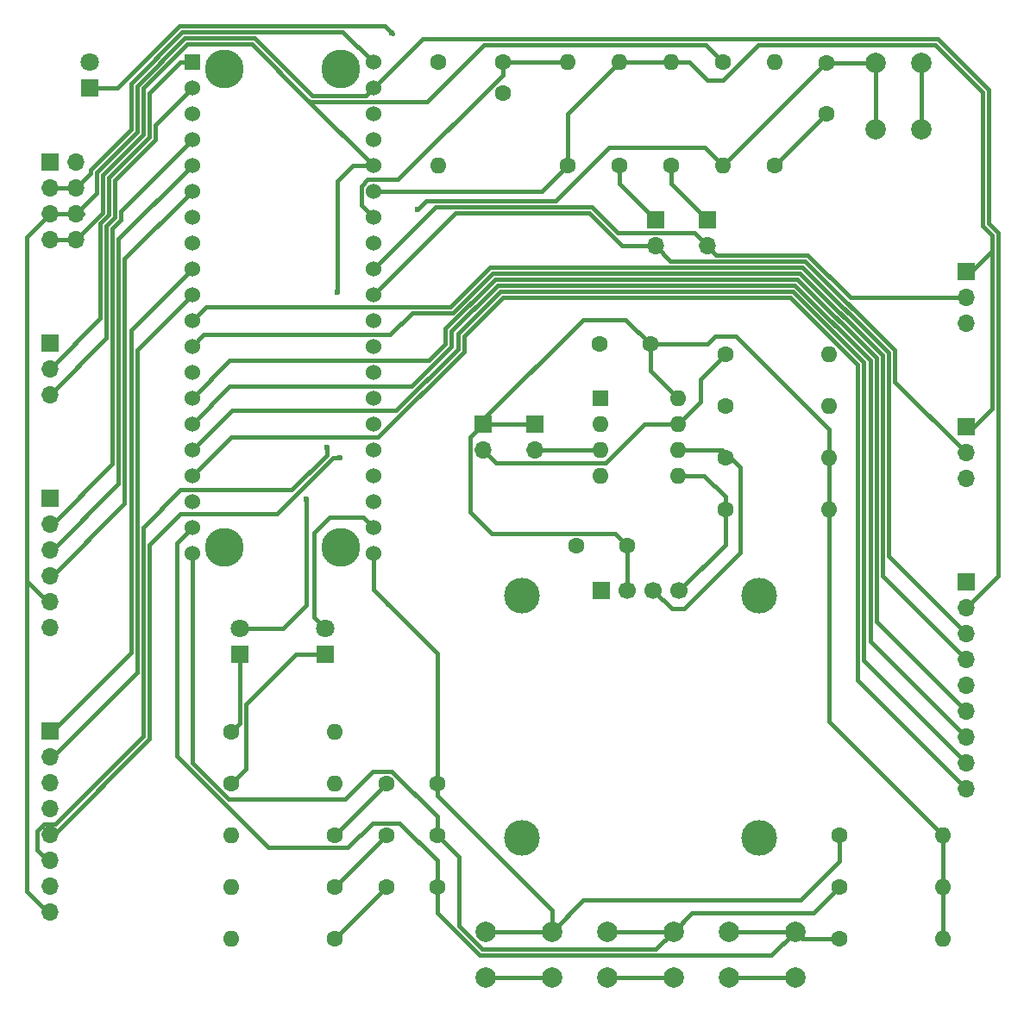
<source format=gbr>
%TF.GenerationSoftware,KiCad,Pcbnew,5.1.9-73d0e3b20d~88~ubuntu20.04.1*%
%TF.CreationDate,2021-02-13T16:05:57-05:00*%
%TF.ProjectId,kiwikit-rpi-pico,6b697769-6b69-4742-9d72-70692d706963,rev?*%
%TF.SameCoordinates,PX2faf080PY8f0d180*%
%TF.FileFunction,Copper,L1,Top*%
%TF.FilePolarity,Positive*%
%FSLAX46Y46*%
G04 Gerber Fmt 4.6, Leading zero omitted, Abs format (unit mm)*
G04 Created by KiCad (PCBNEW 5.1.9-73d0e3b20d~88~ubuntu20.04.1) date 2021-02-13 16:05:57*
%MOMM*%
%LPD*%
G01*
G04 APERTURE LIST*
%TA.AperFunction,ComponentPad*%
%ADD10O,1.700000X1.700000*%
%TD*%
%TA.AperFunction,ComponentPad*%
%ADD11R,1.700000X1.700000*%
%TD*%
%TA.AperFunction,ComponentPad*%
%ADD12C,2.000000*%
%TD*%
%TA.AperFunction,ComponentPad*%
%ADD13O,1.600000X1.600000*%
%TD*%
%TA.AperFunction,ComponentPad*%
%ADD14C,1.600000*%
%TD*%
%TA.AperFunction,ComponentPad*%
%ADD15C,1.800000*%
%TD*%
%TA.AperFunction,ComponentPad*%
%ADD16R,1.800000X1.800000*%
%TD*%
%TA.AperFunction,ComponentPad*%
%ADD17C,3.800000*%
%TD*%
%TA.AperFunction,ComponentPad*%
%ADD18C,1.524000*%
%TD*%
%TA.AperFunction,ComponentPad*%
%ADD19R,1.524000X1.524000*%
%TD*%
%TA.AperFunction,ComponentPad*%
%ADD20R,1.600000X1.600000*%
%TD*%
%TA.AperFunction,ComponentPad*%
%ADD21C,1.700000*%
%TD*%
%TA.AperFunction,ComponentPad*%
%ADD22C,3.500000*%
%TD*%
%TA.AperFunction,ViaPad*%
%ADD23C,0.600000*%
%TD*%
%TA.AperFunction,Conductor*%
%ADD24C,0.400000*%
%TD*%
G04 APERTURE END LIST*
D10*
%TO.P,J5,9*%
%TO.N,/GP13_SPI1_CS*%
X94996000Y23368000D03*
%TO.P,J5,8*%
%TO.N,/GP12_SPI1_MISO*%
X94996000Y25908000D03*
%TO.P,J5,7*%
%TO.N,/GP11_SPI1_MOSI*%
X94996000Y28448000D03*
%TO.P,J5,6*%
%TO.N,/GP10_SPI1_SCK*%
X94996000Y30988000D03*
%TO.P,J5,5*%
%TO.N,GND*%
X94996000Y33528000D03*
%TO.P,J5,4*%
%TO.N,/GP9_UART1_RX*%
X94996000Y36068000D03*
%TO.P,J5,3*%
%TO.N,/GP8_UART1_TX*%
X94996000Y38608000D03*
%TO.P,J5,2*%
%TO.N,+5V*%
X94996000Y41148000D03*
D11*
%TO.P,J5,1*%
%TO.N,GND*%
X94996000Y43688000D03*
%TD*%
D10*
%TO.P,J2,3*%
%TO.N,/GP1_UART0_RX*%
X5080000Y62103000D03*
%TO.P,J2,2*%
%TO.N,/GP0_UART0_TX*%
X5080000Y64643000D03*
D11*
%TO.P,J2,1*%
%TO.N,GND*%
X5080000Y67183000D03*
%TD*%
D10*
%TO.P,J1,8*%
%TO.N,+3V3*%
X7620000Y77343000D03*
%TO.P,J1,7*%
X5080000Y77343000D03*
%TO.P,J1,6*%
%TO.N,+5V*%
X7620000Y79883000D03*
%TO.P,J1,5*%
X5080000Y79883000D03*
%TO.P,J1,4*%
%TO.N,VBUS*%
X7620000Y82423000D03*
%TO.P,J1,3*%
X5080000Y82423000D03*
%TO.P,J1,2*%
%TO.N,GND*%
X7620000Y84963000D03*
D11*
%TO.P,J1,1*%
X5080000Y84963000D03*
%TD*%
D12*
%TO.P,SW1,1*%
%TO.N,GND*%
X59794000Y4826000D03*
%TO.P,SW1,2*%
%TO.N,/SW1*%
X59794000Y9326000D03*
%TO.P,SW1,1*%
%TO.N,GND*%
X66294000Y4826000D03*
%TO.P,SW1,2*%
%TO.N,/SW1*%
X66294000Y9326000D03*
%TD*%
D13*
%TO.P,R5,2*%
%TO.N,/~RST*%
X71120000Y84582000D03*
D14*
%TO.P,R5,1*%
%TO.N,+3V3*%
X71120000Y94742000D03*
%TD*%
D13*
%TO.P,R18,2*%
%TO.N,GND*%
X22860000Y18796000D03*
D14*
%TO.P,R18,1*%
%TO.N,Net-(C2-Pad1)*%
X33020000Y18796000D03*
%TD*%
D13*
%TO.P,R17,2*%
%TO.N,GND*%
X22860000Y13716000D03*
D14*
%TO.P,R17,1*%
%TO.N,Net-(C1-Pad1)*%
X33020000Y13716000D03*
%TD*%
D13*
%TO.P,R16,2*%
%TO.N,GND*%
X22860000Y8636000D03*
D14*
%TO.P,R16,1*%
%TO.N,Net-(C0-Pad1)*%
X33020000Y8636000D03*
%TD*%
D13*
%TO.P,R15,2*%
%TO.N,GND*%
X76200000Y94742000D03*
D14*
%TO.P,R15,1*%
%TO.N,Net-(C5-Pad1)*%
X76200000Y84582000D03*
%TD*%
D13*
%TO.P,R14,2*%
%TO.N,+3V3*%
X81534000Y50800000D03*
D14*
%TO.P,R14,1*%
%TO.N,/I2C1_SDA*%
X71374000Y50800000D03*
%TD*%
D13*
%TO.P,R13,2*%
%TO.N,+3V3*%
X81534000Y55880000D03*
D14*
%TO.P,R13,1*%
%TO.N,/I2C1_SCL*%
X71374000Y55880000D03*
%TD*%
D13*
%TO.P,R12,2*%
%TO.N,GND*%
X81534000Y60960000D03*
D14*
%TO.P,R12,1*%
%TO.N,Net-(JP4-Pad2)*%
X71374000Y60960000D03*
%TD*%
D13*
%TO.P,R11,2*%
%TO.N,GND*%
X81534000Y66040000D03*
D14*
%TO.P,R11,1*%
%TO.N,Net-(JP3-Pad2)*%
X71374000Y66040000D03*
%TD*%
D13*
%TO.P,R9,2*%
%TO.N,/ADC2*%
X55880000Y94742000D03*
D14*
%TO.P,R9,1*%
%TO.N,VDDA*%
X55880000Y84582000D03*
%TD*%
D13*
%TO.P,R8,2*%
%TO.N,GND*%
X43180000Y84582000D03*
D14*
%TO.P,R8,1*%
%TO.N,Net-(D2-Pad1)*%
X43180000Y94742000D03*
%TD*%
D13*
%TO.P,R7,2*%
%TO.N,GND*%
X33020000Y28956000D03*
D14*
%TO.P,R7,1*%
%TO.N,Net-(D1-Pad1)*%
X22860000Y28956000D03*
%TD*%
D13*
%TO.P,R6,2*%
%TO.N,GND*%
X33020000Y23876000D03*
D14*
%TO.P,R6,1*%
%TO.N,Net-(D0-Pad1)*%
X22860000Y23876000D03*
%TD*%
D13*
%TO.P,R4,2*%
%TO.N,VDDA*%
X66040000Y94742000D03*
D14*
%TO.P,R4,1*%
%TO.N,Net-(JP2-Pad1)*%
X66040000Y84582000D03*
%TD*%
D13*
%TO.P,R3,2*%
%TO.N,VDDA*%
X60960000Y94742000D03*
D14*
%TO.P,R3,1*%
%TO.N,Net-(JP1-Pad1)*%
X60960000Y84582000D03*
%TD*%
D13*
%TO.P,R2,2*%
%TO.N,+3V3*%
X92710000Y18796000D03*
D14*
%TO.P,R2,1*%
%TO.N,/SW2*%
X82550000Y18796000D03*
%TD*%
D13*
%TO.P,R1,2*%
%TO.N,+3V3*%
X92710000Y13716000D03*
D14*
%TO.P,R1,1*%
%TO.N,/SW1*%
X82550000Y13716000D03*
%TD*%
D13*
%TO.P,R0,2*%
%TO.N,+3V3*%
X92710000Y8636000D03*
D14*
%TO.P,R0,1*%
%TO.N,/SW0*%
X82550000Y8636000D03*
%TD*%
D15*
%TO.P,D2,2*%
%TO.N,+3V3*%
X9017000Y94742000D03*
D16*
%TO.P,D2,1*%
%TO.N,Net-(D2-Pad1)*%
X9017000Y92202000D03*
%TD*%
D15*
%TO.P,D1,2*%
%TO.N,/LED1*%
X23749000Y39116000D03*
D16*
%TO.P,D1,1*%
%TO.N,Net-(D1-Pad1)*%
X23749000Y36576000D03*
%TD*%
D15*
%TO.P,D0,2*%
%TO.N,/LED0*%
X32131000Y39116000D03*
D16*
%TO.P,D0,1*%
%TO.N,Net-(D0-Pad1)*%
X32131000Y36576000D03*
%TD*%
D14*
%TO.P,C8,2*%
%TO.N,GND*%
X59008000Y67056000D03*
%TO.P,C8,1*%
%TO.N,+3V3*%
X64008000Y67056000D03*
%TD*%
%TO.P,C6,2*%
%TO.N,GND*%
X56785500Y47244000D03*
%TO.P,C6,1*%
%TO.N,+3V3*%
X61785500Y47244000D03*
%TD*%
%TO.P,C5,2*%
%TO.N,/~RST*%
X81280000Y94662000D03*
%TO.P,C5,1*%
%TO.N,Net-(C5-Pad1)*%
X81280000Y89662000D03*
%TD*%
%TO.P,C2,2*%
%TO.N,/SW2*%
X43100000Y23876000D03*
%TO.P,C2,1*%
%TO.N,Net-(C2-Pad1)*%
X38100000Y23876000D03*
%TD*%
%TO.P,C1,2*%
%TO.N,/SW1*%
X43100000Y18796000D03*
%TO.P,C1,1*%
%TO.N,Net-(C1-Pad1)*%
X38100000Y18796000D03*
%TD*%
%TO.P,C0,2*%
%TO.N,/SW0*%
X43100000Y13716000D03*
%TO.P,C0,1*%
%TO.N,Net-(C0-Pad1)*%
X38100000Y13716000D03*
%TD*%
D17*
%TO.P,U1,*%
%TO.N,*%
X33640000Y47112000D03*
X22240000Y47112000D03*
X33640000Y94112000D03*
X22240000Y94112000D03*
D18*
%TO.P,U1,40*%
%TO.N,VBUS*%
X36830000Y94742000D03*
%TO.P,U1,39*%
%TO.N,+5V*%
X36830000Y92202000D03*
%TO.P,U1,38*%
%TO.N,GND*%
X36830000Y89662000D03*
%TO.P,U1,37*%
%TO.N,Net-(U1-Pad37)*%
X36830000Y87122000D03*
%TO.P,U1,36*%
%TO.N,+3V3*%
X36830000Y84582000D03*
%TO.P,U1,35*%
%TO.N,VDDA*%
X36830000Y82042000D03*
%TO.P,U1,34*%
%TO.N,/ADC2*%
X36830000Y79502000D03*
%TO.P,U1,33*%
%TO.N,GNDA*%
X36830000Y76962000D03*
%TO.P,U1,32*%
%TO.N,/GP27_ADC1*%
X36830000Y74422000D03*
%TO.P,U1,31*%
%TO.N,/GP26_ADC0*%
X36830000Y71882000D03*
%TO.P,U1,30*%
%TO.N,/~RST*%
X36830000Y69342000D03*
%TO.P,U1,29*%
%TO.N,/LED1*%
X36830000Y66802000D03*
%TO.P,U1,28*%
%TO.N,GND*%
X36830000Y64262000D03*
%TO.P,U1,27*%
%TO.N,/GP21_I2C0_SCL*%
X36830000Y61722000D03*
%TO.P,U1,26*%
%TO.N,/GP20_I2C0_SDA*%
X36830000Y59182000D03*
%TO.P,U1,25*%
%TO.N,/I2C1_SCL*%
X36830000Y56642000D03*
%TO.P,U1,24*%
%TO.N,/I2C1_SDA*%
X36830000Y54102000D03*
%TO.P,U1,23*%
%TO.N,GND*%
X36830000Y51562000D03*
%TO.P,U1,22*%
%TO.N,/LED0*%
X36830000Y49022000D03*
%TO.P,U1,21*%
%TO.N,/SW2*%
X36830000Y46482000D03*
%TO.P,U1,20*%
%TO.N,/SW1*%
X19050000Y46482000D03*
%TO.P,U1,19*%
%TO.N,/SW0*%
X19050000Y49022000D03*
%TO.P,U1,18*%
%TO.N,GND*%
X19050000Y51562000D03*
%TO.P,U1,17*%
%TO.N,/GP13_SPI1_CS*%
X19050000Y54102000D03*
%TO.P,U1,16*%
%TO.N,/GP12_SPI1_MISO*%
X19050000Y56642000D03*
%TO.P,U1,15*%
%TO.N,/GP11_SPI1_MOSI*%
X19050000Y59182000D03*
%TO.P,U1,14*%
%TO.N,/GP10_SPI1_SCK*%
X19050000Y61722000D03*
%TO.P,U1,13*%
%TO.N,GND*%
X19050000Y64262000D03*
%TO.P,U1,12*%
%TO.N,/GP9_UART1_RX*%
X19050000Y66802000D03*
%TO.P,U1,11*%
%TO.N,/GP8_UART1_TX*%
X19050000Y69342000D03*
%TO.P,U1,10*%
%TO.N,/GP7_AD0*%
X19050000Y71882000D03*
%TO.P,U1,9*%
%TO.N,/GP6_INT*%
X19050000Y74422000D03*
%TO.P,U1,8*%
%TO.N,GND*%
X19050000Y76962000D03*
%TO.P,U1,7*%
%TO.N,/GP5_SPI0_CS*%
X19050000Y79502000D03*
%TO.P,U1,6*%
%TO.N,/GP4_SPI0_MISO*%
X19050000Y82042000D03*
%TO.P,U1,5*%
%TO.N,/GP3_SPI0_MOSI*%
X19050000Y84582000D03*
%TO.P,U1,4*%
%TO.N,/GP2_SPI0_SCK*%
X19050000Y87122000D03*
%TO.P,U1,3*%
%TO.N,GND*%
X19050000Y89662000D03*
%TO.P,U1,2*%
%TO.N,/GP1_UART0_RX*%
X19050000Y92202000D03*
D19*
%TO.P,U1,1*%
%TO.N,/GP0_UART0_TX*%
X19050000Y94742000D03*
%TD*%
D12*
%TO.P,SW2,1*%
%TO.N,Net-(SW2-Pad1)*%
X47856000Y4826000D03*
%TO.P,SW2,2*%
%TO.N,/SW2*%
X47856000Y9326000D03*
%TO.P,SW2,1*%
%TO.N,Net-(SW2-Pad1)*%
X54356000Y4826000D03*
%TO.P,SW2,2*%
%TO.N,/SW2*%
X54356000Y9326000D03*
%TD*%
%TO.P,SW0,1*%
%TO.N,GND*%
X71732000Y4826000D03*
%TO.P,SW0,2*%
%TO.N,/SW0*%
X71732000Y9326000D03*
%TO.P,SW0,1*%
%TO.N,GND*%
X78232000Y4826000D03*
%TO.P,SW0,2*%
%TO.N,/SW0*%
X78232000Y9326000D03*
%TD*%
D10*
%TO.P,JP2,2*%
%TO.N,/GP27_ADC1*%
X69596000Y76708000D03*
D11*
%TO.P,JP2,1*%
%TO.N,Net-(JP2-Pad1)*%
X69596000Y79248000D03*
%TD*%
D10*
%TO.P,JP1,2*%
%TO.N,/GP26_ADC0*%
X64516000Y76708000D03*
D11*
%TO.P,JP1,1*%
%TO.N,Net-(JP1-Pad1)*%
X64516000Y79248000D03*
%TD*%
D10*
%TO.P,J6,3*%
%TO.N,GNDA*%
X94996000Y53848000D03*
%TO.P,J6,2*%
%TO.N,/GP26_ADC0*%
X94996000Y56388000D03*
D11*
%TO.P,J6,1*%
%TO.N,VDDA*%
X94996000Y58928000D03*
%TD*%
D10*
%TO.P,J7,3*%
%TO.N,GNDA*%
X94996000Y69088000D03*
%TO.P,J7,2*%
%TO.N,/GP27_ADC1*%
X94996000Y71628000D03*
D11*
%TO.P,J7,1*%
%TO.N,VDDA*%
X94996000Y74168000D03*
%TD*%
D10*
%TO.P,J4,8*%
%TO.N,+5V*%
X5080000Y11303000D03*
%TO.P,J4,7*%
%TO.N,GND*%
X5080000Y13843000D03*
%TO.P,J4,6*%
%TO.N,/GP21_I2C0_SCL*%
X5080000Y16383000D03*
%TO.P,J4,5*%
%TO.N,/GP20_I2C0_SDA*%
X5080000Y18923000D03*
%TO.P,J4,4*%
%TO.N,/XDA*%
X5080000Y21463000D03*
%TO.P,J4,3*%
%TO.N,/XCL*%
X5080000Y24003000D03*
%TO.P,J4,2*%
%TO.N,/GP7_AD0*%
X5080000Y26543000D03*
D11*
%TO.P,J4,1*%
%TO.N,/GP6_INT*%
X5080000Y29083000D03*
%TD*%
D14*
%TO.P,R10,2*%
%TO.N,GNDA*%
X49530000Y91742000D03*
%TO.P,R10,1*%
%TO.N,/ADC2*%
X49530000Y94742000D03*
%TD*%
D10*
%TO.P,J3,6*%
%TO.N,GND*%
X5080000Y39243000D03*
%TO.P,J3,5*%
%TO.N,+5V*%
X5080000Y41783000D03*
%TO.P,J3,4*%
%TO.N,/GP4_SPI0_MISO*%
X5080000Y44323000D03*
%TO.P,J3,3*%
%TO.N,/GP3_SPI0_MOSI*%
X5080000Y46863000D03*
%TO.P,J3,2*%
%TO.N,/GP2_SPI0_SCK*%
X5080000Y49403000D03*
D11*
%TO.P,J3,1*%
%TO.N,/GP5_SPI0_CS*%
X5080000Y51943000D03*
%TD*%
D12*
%TO.P,SW5,1*%
%TO.N,GND*%
X90606000Y88178500D03*
%TO.P,SW5,2*%
%TO.N,/~RST*%
X86106000Y88178500D03*
%TO.P,SW5,1*%
%TO.N,GND*%
X90606000Y94678500D03*
%TO.P,SW5,2*%
%TO.N,/~RST*%
X86106000Y94678500D03*
%TD*%
D13*
%TO.P,U3,8*%
%TO.N,+3V3*%
X66764000Y61722000D03*
%TO.P,U3,4*%
%TO.N,GND*%
X59144000Y54102000D03*
%TO.P,U3,7*%
%TO.N,Net-(JP3-Pad2)*%
X66764000Y59182000D03*
%TO.P,U3,3*%
%TO.N,Net-(JP4-Pad2)*%
X59144000Y56642000D03*
%TO.P,U3,6*%
%TO.N,/I2C1_SCL*%
X66764000Y56642000D03*
%TO.P,U3,2*%
%TO.N,N/C*%
X59144000Y59182000D03*
%TO.P,U3,5*%
%TO.N,/I2C1_SDA*%
X66764000Y54102000D03*
D20*
%TO.P,U3,1*%
%TO.N,N/C*%
X59144000Y61722000D03*
%TD*%
D10*
%TO.P,JP3,2*%
%TO.N,Net-(JP3-Pad2)*%
X47625000Y56642000D03*
D11*
%TO.P,JP3,1*%
%TO.N,+3V3*%
X47625000Y59182000D03*
%TD*%
D10*
%TO.P,JP4,2*%
%TO.N,Net-(JP4-Pad2)*%
X52705000Y56642000D03*
D11*
%TO.P,JP4,1*%
%TO.N,+3V3*%
X52705000Y59182000D03*
%TD*%
D21*
%TO.P,U2,4*%
%TO.N,/I2C1_SDA*%
X66865500Y42880000D03*
%TO.P,U2,3*%
%TO.N,/I2C1_SCL*%
X64325500Y42880000D03*
%TO.P,U2,2*%
%TO.N,+3V3*%
X61785500Y42880000D03*
D11*
%TO.P,U2,1*%
%TO.N,GND*%
X59245500Y42880000D03*
D22*
%TO.P,U2,*%
%TO.N,*%
X74705500Y18580000D03*
X51405500Y18580000D03*
X74705500Y42380000D03*
X51405500Y42380000D03*
%TD*%
D23*
%TO.N,+3V3*%
X33274000Y72136000D03*
%TO.N,Net-(D2-Pad1)*%
X38671500Y97599500D03*
%TO.N,/~RST*%
X41148000Y80264000D03*
%TO.N,/LED1*%
X30226000Y51816000D03*
%TO.N,/GP20_I2C0_SDA*%
X33522533Y55885467D03*
%TO.N,/GP21_I2C0_SCL*%
X32258000Y56896000D03*
%TD*%
D24*
%TO.N,GND*%
X59794000Y4826000D02*
X66294000Y4826000D01*
X71732000Y4826000D02*
X78232000Y4826000D01*
X90606000Y94678500D02*
X90606000Y88178500D01*
%TO.N,+3V3*%
X7610000Y77343000D02*
X5070000Y77343000D01*
X60585499Y48444001D02*
X61785500Y47244000D01*
X61785500Y47244000D02*
X61785500Y42880000D01*
X47625000Y59182000D02*
X52705000Y59182000D01*
X47625000Y59182000D02*
X46374999Y57931999D01*
X46374999Y57931999D02*
X46374999Y50526001D01*
X64008000Y64478000D02*
X66764000Y61722000D01*
X64008000Y67056000D02*
X64008000Y64478000D01*
X64008000Y67056000D02*
X61595000Y69469000D01*
X61595000Y69469000D02*
X57404000Y69469000D01*
X47625000Y59690000D02*
X47625000Y59182000D01*
X57404000Y69469000D02*
X47625000Y59690000D01*
X64008000Y67056000D02*
X69596000Y67056000D01*
X69596000Y67056000D02*
X70358000Y67818000D01*
X70358000Y67818000D02*
X72390000Y67818000D01*
X81534000Y50800000D02*
X81534000Y55880000D01*
X81534000Y58674000D02*
X74676000Y65532000D01*
X81534000Y55880000D02*
X81534000Y58674000D01*
X74676000Y65532000D02*
X75184000Y65024000D01*
X72390000Y67818000D02*
X74676000Y65532000D01*
X48456999Y48444001D02*
X46374999Y50526001D01*
X60585499Y48444001D02*
X48456999Y48444001D01*
X10252010Y83658010D02*
X10252010Y79985010D01*
X10252010Y79985010D02*
X7610000Y77343000D01*
X14244999Y87650999D02*
X10252010Y83658010D01*
X18583998Y96520000D02*
X14244999Y92181001D01*
X14244999Y92181001D02*
X14244999Y87650999D01*
X24892000Y96520000D02*
X18583998Y96520000D01*
X69434010Y96427990D02*
X68672010Y96427990D01*
X71120000Y94742000D02*
X69434010Y96427990D01*
X30572009Y90839991D02*
X42071991Y90839991D01*
X30353000Y91059000D02*
X30572009Y90839991D01*
X36830000Y84582000D02*
X30353000Y91059000D01*
X30353000Y91059000D02*
X24892000Y96520000D01*
X47659990Y96427990D02*
X52231990Y96427990D01*
X42071991Y90839991D02*
X47659990Y96427990D01*
X52231990Y96427990D02*
X68672010Y96427990D01*
X51215990Y96427990D02*
X52231990Y96427990D01*
X34798000Y84582000D02*
X36830000Y84582000D01*
X33274000Y83058000D02*
X34798000Y84582000D01*
X33274000Y72136000D02*
X33274000Y83058000D01*
X81534000Y29972000D02*
X92710000Y18796000D01*
X81534000Y50800000D02*
X81534000Y29972000D01*
X92710000Y18796000D02*
X92710000Y13716000D01*
X92710000Y13716000D02*
X92710000Y8636000D01*
%TO.N,+5V*%
X7610000Y79883000D02*
X5070000Y79883000D01*
X5070000Y79883000D02*
X2794000Y77607000D01*
X2794000Y77607000D02*
X2794000Y44831000D01*
X2794000Y44831000D02*
X2794000Y44323000D01*
X36068001Y91440001D02*
X30820541Y91440001D01*
X36830000Y92202000D02*
X36068001Y91440001D01*
X30820541Y91440001D02*
X25140532Y97120010D01*
X8337456Y79883000D02*
X7610000Y79883000D01*
X25140532Y97120010D02*
X18335465Y97120009D01*
X2794000Y43815000D02*
X2794000Y44323000D01*
X5080000Y41529000D02*
X2794000Y43815000D01*
X2794000Y13335000D02*
X2794000Y15113000D01*
X5080000Y11049000D02*
X2794000Y13335000D01*
X2794000Y15113000D02*
X2794000Y13843000D01*
X2794000Y44831000D02*
X2794000Y15113000D01*
X41656000Y97028000D02*
X36830000Y92202000D01*
X97198271Y92031729D02*
X92202000Y97028000D01*
X92202000Y97028000D02*
X41656000Y97028000D01*
X98136009Y77972533D02*
X97198271Y78910271D01*
X97198271Y78910271D02*
X97198271Y92031729D01*
X98136009Y44288009D02*
X98136009Y49622009D01*
X94996000Y41148000D02*
X98136009Y44288009D01*
X98136009Y49622009D02*
X98136009Y77972533D01*
X98136010Y48860010D02*
X98136009Y49622009D01*
X18335465Y97120009D02*
X13644989Y92429533D01*
X13644989Y92429533D02*
X13644989Y87899531D01*
X13644989Y87899531D02*
X9652000Y83906542D01*
X9652000Y81925000D02*
X7610000Y79883000D01*
X9652000Y83906542D02*
X9652000Y81925000D01*
%TO.N,VDDA*%
X96598261Y78661739D02*
X97536000Y77724000D01*
X91953468Y96427990D02*
X96598261Y91783197D01*
X96598261Y91783197D02*
X96598261Y78661739D01*
X95504000Y74168000D02*
X97536000Y76200000D01*
X94996000Y74168000D02*
X95504000Y74168000D01*
X97536000Y77724000D02*
X97536000Y76200000D01*
X94996000Y58928000D02*
X95758000Y58928000D01*
X97536000Y60706000D02*
X97536000Y66548000D01*
X95758000Y58928000D02*
X97536000Y60706000D01*
X97536000Y66548000D02*
X97536000Y66040000D01*
X97536000Y76200000D02*
X97536000Y66548000D01*
X78520990Y96427990D02*
X91953468Y96427990D01*
X78139990Y96427990D02*
X78520990Y96427990D01*
X53340000Y82042000D02*
X55880000Y84582000D01*
X36830000Y82042000D02*
X53340000Y82042000D01*
X55880000Y89662000D02*
X60960000Y94742000D01*
X55880000Y84582000D02*
X55880000Y89662000D01*
X60960000Y94742000D02*
X66040000Y94742000D01*
X66040000Y94742000D02*
X67818000Y94742000D01*
X67818000Y94742000D02*
X69596000Y92964000D01*
X74581992Y96427990D02*
X75530010Y96427990D01*
X71118002Y92964000D02*
X74581992Y96427990D01*
X69596000Y92964000D02*
X71118002Y92964000D01*
X75530010Y96427990D02*
X78520990Y96427990D01*
%TO.N,Net-(D1-Pad1)*%
X23749000Y29845000D02*
X22860000Y28956000D01*
X23749000Y36576000D02*
X23749000Y29845000D01*
%TO.N,Net-(D2-Pad1)*%
X9017000Y92202000D02*
X11720372Y92202000D01*
X17838400Y98320028D02*
X18490450Y98320028D01*
X11720372Y92202000D02*
X17838400Y98320028D01*
X18490450Y98320028D02*
X37950972Y98320028D01*
X37950972Y98320028D02*
X38671500Y97599500D01*
X38671500Y97599500D02*
X38735000Y97536000D01*
%TO.N,VBUS*%
X7610000Y82423000D02*
X5070000Y82423000D01*
X36830000Y94742000D02*
X33851982Y97720018D01*
X9051991Y83864991D02*
X9051991Y84155075D01*
X7610000Y82423000D02*
X9051991Y83864991D01*
X18086932Y97720018D02*
X18738982Y97720018D01*
X13044980Y92678066D02*
X18086932Y97720018D01*
X13044979Y88148063D02*
X13044980Y92678066D01*
X9051991Y84155075D02*
X13044979Y88148063D01*
X33851982Y97720018D02*
X18738982Y97720018D01*
%TO.N,Net-(JP4-Pad2)*%
X59144000Y56642000D02*
X52705000Y56642000D01*
%TO.N,/ADC2*%
X36830000Y79502000D02*
X36916542Y79502000D01*
X49530000Y94742000D02*
X55880000Y94742000D01*
X49530000Y93472000D02*
X49530000Y94742000D01*
X36272239Y83204001D02*
X39262001Y83204001D01*
X35667999Y82599761D02*
X36272239Y83204001D01*
X39262001Y83204001D02*
X49530000Y93472000D01*
X35667999Y80664001D02*
X35667999Y82599761D01*
X36830000Y79502000D02*
X35667999Y80664001D01*
%TO.N,/~RST*%
X41148000Y80264000D02*
X41148000Y80264000D01*
X84311500Y94662000D02*
X84328000Y94678500D01*
X84328000Y94678500D02*
X86106000Y94678500D01*
X86106000Y94678500D02*
X86106000Y88178500D01*
X42002010Y81118010D02*
X41592500Y80708500D01*
X41148000Y80264000D02*
X41592500Y80708500D01*
X54702010Y81118010D02*
X42002010Y81118010D01*
X69342000Y86360000D02*
X71120000Y84582000D01*
X59944000Y86360000D02*
X69342000Y86360000D01*
X54702010Y81118010D02*
X59944000Y86360000D01*
X81200000Y94662000D02*
X81280000Y94662000D01*
X71120000Y84582000D02*
X81200000Y94662000D01*
X86089500Y94662000D02*
X86106000Y94678500D01*
X81280000Y94662000D02*
X86089500Y94662000D01*
%TO.N,/LED0*%
X30988000Y40259000D02*
X32131000Y39116000D01*
X30988000Y48514000D02*
X30988000Y40259000D01*
X32512000Y50038000D02*
X30988000Y48514000D01*
X35814000Y50038000D02*
X32512000Y50038000D01*
X36830000Y49022000D02*
X35814000Y50038000D01*
%TO.N,/I2C1_SCL*%
X71064000Y56698000D02*
X71374000Y56388000D01*
X66764000Y56698000D02*
X71064000Y56698000D01*
X71374000Y56388000D02*
X72834500Y54927500D01*
X72834500Y54927500D02*
X72834500Y46545500D01*
X72834500Y46545500D02*
X67373500Y41084500D01*
X66121000Y41084500D02*
X64325500Y42880000D01*
X67373500Y41084500D02*
X66121000Y41084500D01*
%TO.N,/I2C1_SDA*%
X69286000Y54158000D02*
X71374000Y52070000D01*
X66764000Y54158000D02*
X69286000Y54158000D01*
X71374000Y47388500D02*
X66865500Y42880000D01*
X71374000Y52070000D02*
X71374000Y47388500D01*
%TO.N,/LED1*%
X30226000Y41402000D02*
X27940000Y39116000D01*
X30226000Y51816000D02*
X30226000Y41402000D01*
X27940000Y39116000D02*
X23749000Y39116000D01*
%TO.N,Net-(D0-Pad1)*%
X32131000Y36576000D02*
X29210000Y36576000D01*
X29210000Y36576000D02*
X24349010Y31715010D01*
X24349010Y25365010D02*
X22860000Y23876000D01*
X24349010Y31715010D02*
X24349010Y25365010D01*
%TO.N,/GP1_UART0_RX*%
X10633010Y67656010D02*
X5080000Y62103000D01*
X15445017Y88597017D02*
X15445017Y87153933D01*
X19050000Y92202000D02*
X15445017Y88597017D01*
X15445017Y87153933D02*
X11452030Y83160946D01*
X10633010Y78668926D02*
X10633010Y76292010D01*
X11452030Y79487946D02*
X10633010Y78668926D01*
X11452030Y83160946D02*
X11452030Y79487946D01*
X10633010Y76292010D02*
X10633010Y67656010D01*
X10633010Y76546010D02*
X10633010Y76292010D01*
%TO.N,/GP0_UART0_TX*%
X10033000Y69596000D02*
X5080000Y64643000D01*
X17888000Y94742000D02*
X14845009Y91699009D01*
X19050000Y94742000D02*
X17888000Y94742000D01*
X14845008Y87402466D02*
X10852020Y83409478D01*
X14845009Y91699009D02*
X14845008Y87402466D01*
X10852020Y79736478D02*
X10852020Y83409478D01*
X10033000Y78917458D02*
X10852020Y79736478D01*
X10033000Y69596000D02*
X10033000Y78917458D01*
%TO.N,/GP2_SPI0_SCK*%
X11233020Y55302020D02*
X5080000Y49149000D01*
X12052040Y79239414D02*
X11233020Y78420394D01*
X12052040Y80124040D02*
X12052040Y79239414D01*
X19050000Y87122000D02*
X12052040Y80124040D01*
X11233020Y78420394D02*
X11233020Y69907020D01*
X11233020Y69907020D02*
X11233020Y55302020D01*
X11233020Y72066020D02*
X11233020Y69907020D01*
%TO.N,/GP3_SPI0_MOSI*%
X11833030Y53362030D02*
X5080000Y46609000D01*
X19050000Y84582000D02*
X11833030Y77365030D01*
X11833030Y77365030D02*
X11833030Y69065970D01*
X11833030Y69065970D02*
X11833030Y53362030D01*
X11833030Y70126030D02*
X11833030Y69065970D01*
%TO.N,/GP4_SPI0_MISO*%
X12433040Y51422040D02*
X5080000Y44069000D01*
X12433040Y56527961D02*
X12433040Y51422040D01*
X12433039Y75425039D02*
X12433039Y67297039D01*
X19050000Y82042000D02*
X12433039Y75425039D01*
X12433039Y67297039D02*
X12433039Y56273961D01*
X12433039Y68186039D02*
X12433039Y67297039D01*
%TO.N,/GP13_SPI1_CS*%
X77722002Y71628000D02*
X84328000Y65022002D01*
X49530000Y71628000D02*
X77722002Y71628000D01*
X45720000Y67818000D02*
X49530000Y71628000D01*
X84328000Y65022002D02*
X84328000Y62484000D01*
X22860000Y57912000D02*
X37279762Y57912000D01*
X45720000Y66352238D02*
X45720000Y67818000D01*
X37279762Y57912000D02*
X45720000Y66352238D01*
X19050000Y54102000D02*
X22860000Y57912000D01*
X84328000Y34036000D02*
X94996000Y23368000D01*
X84328000Y62738000D02*
X84328000Y34036000D01*
%TO.N,/GP12_SPI1_MISO*%
X22967999Y60559999D02*
X39079219Y60559999D01*
X19050000Y56642000D02*
X22967999Y60559999D01*
X45119990Y66600770D02*
X45119991Y68066533D01*
X39079219Y60559999D02*
X45119990Y66600770D01*
X45119991Y68066533D02*
X49281468Y72228010D01*
X75276009Y72228009D02*
X77970534Y72228010D01*
X84928010Y65270534D02*
X84928010Y62391990D01*
X77970534Y72228010D02*
X84928010Y65270534D01*
X84928010Y62986532D02*
X84928010Y62391990D01*
X49281468Y72228010D02*
X75276009Y72228009D01*
X75276009Y72228009D02*
X75686533Y72228009D01*
X84928010Y35975990D02*
X94996000Y25908000D01*
X84928010Y62391990D02*
X84928010Y35975990D01*
%TO.N,/GP11_SPI1_MOSI*%
X22752001Y62884001D02*
X40554679Y62884001D01*
X19050000Y59182000D02*
X22752001Y62884001D01*
X44519981Y66849303D02*
X44519982Y68315066D01*
X40554679Y62884001D02*
X44519981Y66849303D01*
X44519982Y68315066D02*
X49032937Y72828019D01*
X85598000Y65449086D02*
X85598000Y62230000D01*
X78219067Y72828019D02*
X85598000Y65449086D01*
X75507981Y72828019D02*
X78219067Y72828019D01*
X85598000Y63165084D02*
X85598000Y62230000D01*
X49032937Y72828019D02*
X75507981Y72828019D01*
X75507981Y72828019D02*
X75935066Y72828018D01*
X85598000Y37846000D02*
X94996000Y28448000D01*
X85598000Y62230000D02*
X85598000Y37846000D01*
%TO.N,/GP10_SPI1_SCK*%
X86198010Y65697618D02*
X86198010Y63084010D01*
X48784406Y73428028D02*
X78467600Y73428028D01*
X43919973Y68563599D02*
X48784406Y73428028D01*
X43919972Y67097836D02*
X43919973Y68563599D01*
X42246137Y65424001D02*
X43919972Y67097836D01*
X22752001Y65424001D02*
X42246137Y65424001D01*
X78467600Y73428028D02*
X86198010Y65697618D01*
X19050000Y61722000D02*
X22752001Y65424001D01*
X86198010Y63413616D02*
X86198010Y63084010D01*
X86198010Y39785990D02*
X94996000Y30988000D01*
X86198010Y63084010D02*
X86198010Y39785990D01*
%TO.N,/GP9_UART1_RX*%
X78716133Y74028037D02*
X86798020Y65946150D01*
X86798020Y65946150D02*
X86798020Y62553980D01*
X48535875Y74028037D02*
X78716133Y74028037D01*
X44611833Y70104000D02*
X48535875Y74028037D01*
X38500001Y67964001D02*
X40640000Y70104000D01*
X20212001Y67964001D02*
X38500001Y67964001D01*
X19050000Y66802000D02*
X20212001Y67964001D01*
X40640000Y70104000D02*
X44611833Y70104000D01*
X86798020Y63662148D02*
X86798020Y62553980D01*
X86798020Y44265980D02*
X94996000Y36068000D01*
X86798020Y62553980D02*
X86798020Y44265980D01*
%TO.N,/GP8_UART1_TX*%
X20427999Y70719999D02*
X19050000Y69342000D01*
X32889988Y70704010D02*
X32873999Y70719999D01*
X44363302Y70704010D02*
X32889988Y70704010D01*
X32873999Y70719999D02*
X20427999Y70719999D01*
X48287344Y74628046D02*
X44363302Y70704010D01*
X75993954Y74628046D02*
X78964665Y74628047D01*
X87398030Y63014030D02*
X87398030Y63910680D01*
X78964665Y74628047D02*
X87398030Y66194682D01*
X87398030Y66194682D02*
X87398030Y63014030D01*
X71346665Y74628045D02*
X70659954Y74628046D01*
X75993954Y74628046D02*
X48287344Y74628046D01*
X87398030Y46205970D02*
X87398030Y51285970D01*
X94996000Y38608000D02*
X87398030Y46205970D01*
X87398030Y51285970D02*
X87398030Y63014030D01*
X87398030Y50777970D02*
X87398030Y51285970D01*
%TO.N,Net-(JP1-Pad1)*%
X60960000Y82804000D02*
X64516000Y79248000D01*
X60960000Y84582000D02*
X60960000Y82804000D01*
%TO.N,Net-(JP2-Pad1)*%
X66040000Y82804000D02*
X69596000Y79248000D01*
X66040000Y84582000D02*
X66040000Y82804000D01*
%TO.N,Net-(JP3-Pad2)*%
X59670001Y55391999D02*
X48875001Y55391999D01*
X63460002Y59182000D02*
X59670001Y55391999D01*
X48875001Y55391999D02*
X47625000Y56642000D01*
X66764000Y59182000D02*
X63460002Y59182000D01*
X68961000Y61379000D02*
X68961000Y63627000D01*
X68961000Y63627000D02*
X71374000Y66040000D01*
X66764000Y59182000D02*
X68961000Y61379000D01*
%TO.N,/GP20_I2C0_SDA*%
X5166542Y18669000D02*
X5080000Y18669000D01*
X33522533Y55885467D02*
X33522533Y55885467D01*
X14833079Y28263535D02*
X5238544Y18669000D01*
X14833079Y47345079D02*
X14833079Y28263535D01*
X17887999Y50399999D02*
X14833079Y47345079D01*
X27372541Y50399999D02*
X17887999Y50399999D01*
X5238544Y18669000D02*
X5080000Y18669000D01*
X32858009Y55885467D02*
X27372541Y50399999D01*
X33522533Y55885467D02*
X32858009Y55885467D01*
%TO.N,/GP7_AD0*%
X5080000Y26408998D02*
X5080000Y26289000D01*
X13633059Y34842059D02*
X5080000Y26289000D01*
X13633059Y66465059D02*
X13633059Y34842059D01*
X19050000Y71882000D02*
X13633059Y66465059D01*
%TO.N,/GP6_INT*%
X19050000Y74422000D02*
X13033049Y68405049D01*
X13033049Y58340951D02*
X13033049Y36782049D01*
X13033049Y68405049D02*
X13033049Y58340951D01*
X13033049Y61166049D02*
X13033049Y58340951D01*
X13033049Y36782049D02*
X5080000Y28829000D01*
%TO.N,/GP21_I2C0_SCL*%
X3829999Y17379001D02*
X5080000Y16129000D01*
X3829999Y19269001D02*
X3829999Y17379001D01*
X4479999Y19919001D02*
X3829999Y19269001D01*
X32258000Y56896000D02*
X32258000Y56896000D01*
X5640003Y19919001D02*
X5226999Y19919001D01*
X14233069Y49031069D02*
X14233069Y28512067D01*
X17926001Y52724001D02*
X14233069Y49031069D01*
X28848001Y52724001D02*
X17926001Y52724001D01*
X32258000Y56896000D02*
X32258000Y56134000D01*
X32258000Y56134000D02*
X28848001Y52724001D01*
X5226999Y19919001D02*
X4479999Y19919001D01*
X14233069Y28512067D02*
X5640003Y19919001D01*
X5568001Y19919001D02*
X5226999Y19919001D01*
%TO.N,/GP27_ADC1*%
X70104000Y76200000D02*
X69596000Y76708000D01*
X60833000Y77978000D02*
X68326000Y77978000D01*
X68326000Y77978000D02*
X69596000Y76708000D01*
X58293000Y80518000D02*
X60833000Y77978000D01*
X42926000Y80518000D02*
X58293000Y80518000D01*
X36830000Y74422000D02*
X42926000Y80518000D01*
X70475934Y75828066D02*
X69596000Y76708000D01*
X79461730Y75828066D02*
X70475934Y75828066D01*
X83661796Y71628000D02*
X79461730Y75828066D01*
X94996000Y71628000D02*
X83661796Y71628000D01*
%TO.N,/GP26_ADC0*%
X36830000Y71882000D02*
X44865990Y79917990D01*
X44865990Y79917990D02*
X58044468Y79917990D01*
X61254458Y76708000D02*
X64516000Y76708000D01*
X58044468Y79917990D02*
X61254458Y76708000D01*
X65995944Y75228056D02*
X64516000Y76708000D01*
X79213198Y75228056D02*
X65995944Y75228056D01*
X87998040Y66443214D02*
X79213198Y75228056D01*
X87998040Y63385960D02*
X87998040Y66443214D01*
X94996000Y56388000D02*
X87998040Y63385960D01*
%TO.N,Net-(C0-Pad1)*%
X38100000Y13716000D02*
X33020000Y8636000D01*
%TO.N,Net-(C1-Pad1)*%
X38100000Y18796000D02*
X33020000Y13716000D01*
%TO.N,Net-(C2-Pad1)*%
X38100000Y23876000D02*
X33020000Y18796000D01*
%TO.N,Net-(C5-Pad1)*%
X76200000Y84582000D02*
X81280000Y89662000D01*
%TO.N,Net-(SW2-Pad1)*%
X47856000Y4826000D02*
X54356000Y4826000D01*
%TO.N,/SW0*%
X19050000Y49022000D02*
X17526000Y47498000D01*
X78922000Y8636000D02*
X78232000Y9326000D01*
X82550000Y8636000D02*
X78922000Y8636000D01*
X78232000Y9326000D02*
X71732000Y9326000D01*
X43100000Y11161456D02*
X43100000Y13716000D01*
X47241465Y7019991D02*
X43100000Y11161456D01*
X75925991Y7019991D02*
X47241465Y7019991D01*
X78232000Y9326000D02*
X75925991Y7019991D01*
X43100000Y13716000D02*
X43100000Y16336000D01*
X39439999Y19996001D02*
X36760001Y19996001D01*
X43100000Y16336000D02*
X39439999Y19996001D01*
X36760001Y19996001D02*
X34359999Y17595999D01*
X26515457Y17595999D02*
X17526000Y26585456D01*
X17526000Y26585456D02*
X17526000Y44958000D01*
X34359999Y17595999D02*
X26515457Y17595999D01*
X17526000Y44958000D02*
X17526000Y44196000D01*
X17526000Y47498000D02*
X17526000Y44958000D01*
%TO.N,/SW1*%
X82550000Y13716000D02*
X80010000Y11176000D01*
X68144000Y11176000D02*
X66294000Y9326000D01*
X80010000Y11176000D02*
X68144000Y11176000D01*
X66294000Y9326000D02*
X59794000Y9326000D01*
X45212000Y16684000D02*
X43100000Y18796000D01*
X45212000Y9897998D02*
X45212000Y16684000D01*
X47489998Y7620000D02*
X45212000Y9897998D01*
X64588000Y7620000D02*
X47489998Y7620000D01*
X66294000Y9326000D02*
X64588000Y7620000D01*
X38676001Y25076001D02*
X36760001Y25076001D01*
X43100000Y20652002D02*
X38676001Y25076001D01*
X43100000Y18796000D02*
X43100000Y20652002D01*
X36760001Y25076001D02*
X34036000Y22352000D01*
X19050000Y25909998D02*
X19050000Y43942000D01*
X22607998Y22352000D02*
X19050000Y25909998D01*
X34036000Y22352000D02*
X22607998Y22352000D01*
X19050000Y43942000D02*
X19050000Y43520542D01*
X19050000Y46482000D02*
X19050000Y43942000D01*
%TO.N,/SW2*%
X36830000Y46482000D02*
X36830000Y42926000D01*
X82550000Y18796000D02*
X82550000Y16256000D01*
X82550000Y16256000D02*
X78740000Y12446000D01*
X57476000Y12446000D02*
X54356000Y9326000D01*
X78740000Y12446000D02*
X57476000Y12446000D01*
X54356000Y9326000D02*
X54356000Y11430000D01*
X43100000Y22686000D02*
X43100000Y23876000D01*
X54356000Y11430000D02*
X43100000Y22686000D01*
X54356000Y9326000D02*
X47856000Y9326000D01*
X43100000Y36656000D02*
X38100000Y41656000D01*
X43100000Y23876000D02*
X43100000Y36656000D01*
X38100000Y41656000D02*
X38227000Y41529000D01*
X36830000Y42926000D02*
X38100000Y41656000D01*
%TD*%
M02*

</source>
